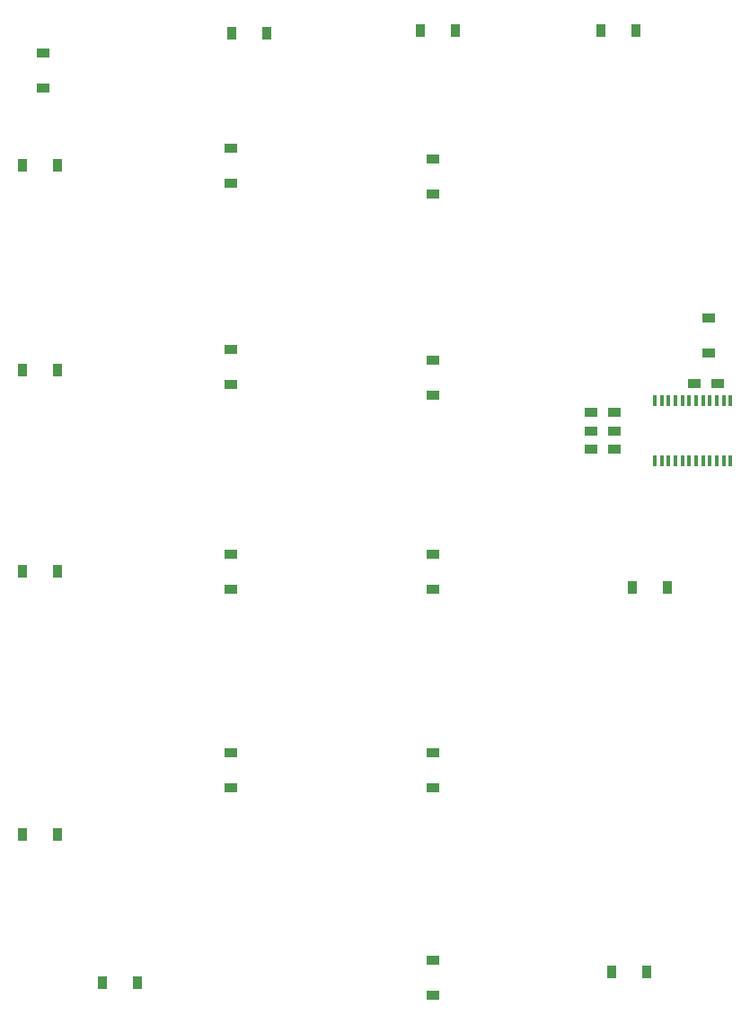
<source format=gbp>
G04 #@! TF.FileFunction,Paste,Bot*
%FSLAX46Y46*%
G04 Gerber Fmt 4.6, Leading zero omitted, Abs format (unit mm)*
G04 Created by KiCad (PCBNEW 4.0.5) date Sun Feb 26 02:23:34 2017*
%MOMM*%
%LPD*%
G01*
G04 APERTURE LIST*
%ADD10C,0.100000*%
%ADD11R,1.200000X0.900000*%
%ADD12R,0.900000X1.200000*%
%ADD13R,0.400000X1.100000*%
G04 APERTURE END LIST*
D10*
D11*
X64750000Y-56900000D03*
X64750000Y-53600000D03*
D12*
X82600000Y-51750000D03*
X85900000Y-51750000D03*
X100350000Y-51500000D03*
X103650000Y-51500000D03*
X117350000Y-51500000D03*
X120650000Y-51500000D03*
X62850000Y-64250000D03*
X66150000Y-64250000D03*
D11*
X82500000Y-62600000D03*
X82500000Y-65900000D03*
X101500000Y-63600000D03*
X101500000Y-66900000D03*
X127500000Y-81900000D03*
X127500000Y-78600000D03*
D12*
X62850000Y-83500000D03*
X66150000Y-83500000D03*
D11*
X82500000Y-81600000D03*
X82500000Y-84900000D03*
X101500000Y-82600000D03*
X101500000Y-85900000D03*
D12*
X62850000Y-102500000D03*
X66150000Y-102500000D03*
D11*
X82500000Y-100850000D03*
X82500000Y-104150000D03*
X101500000Y-100850000D03*
X101500000Y-104150000D03*
D12*
X120350000Y-104000000D03*
X123650000Y-104000000D03*
X62850000Y-127250000D03*
X66150000Y-127250000D03*
D11*
X82500000Y-119600000D03*
X82500000Y-122900000D03*
X101500000Y-119600000D03*
X101500000Y-122900000D03*
D12*
X70350000Y-141250000D03*
X73650000Y-141250000D03*
D11*
X101500000Y-139100000D03*
X101500000Y-142400000D03*
D12*
X118350000Y-140250000D03*
X121650000Y-140250000D03*
D13*
X129575000Y-92100000D03*
X128925000Y-92100000D03*
X128275000Y-92100000D03*
X127625000Y-92100000D03*
X126975000Y-92100000D03*
X126325000Y-92100000D03*
X125675000Y-92100000D03*
X125025000Y-92100000D03*
X124375000Y-92100000D03*
X123725000Y-92100000D03*
X123075000Y-92100000D03*
X122425000Y-92100000D03*
X122425000Y-86400000D03*
X123075000Y-86400000D03*
X123725000Y-86400000D03*
X124375000Y-86400000D03*
X125025000Y-86400000D03*
X125675000Y-86400000D03*
X126325000Y-86400000D03*
X126975000Y-86400000D03*
X127625000Y-86400000D03*
X128275000Y-86400000D03*
X128925000Y-86400000D03*
X129575000Y-86400000D03*
D11*
X116400000Y-87500000D03*
X118600000Y-87500000D03*
X116400000Y-89250000D03*
X118600000Y-89250000D03*
X116400000Y-91000000D03*
X118600000Y-91000000D03*
X126150000Y-84750000D03*
X128350000Y-84750000D03*
M02*

</source>
